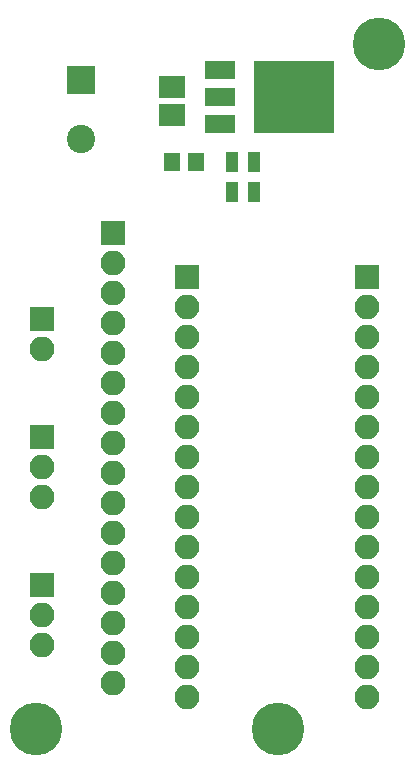
<source format=gts>
G04 #@! TF.FileFunction,Soldermask,Top*
%FSLAX46Y46*%
G04 Gerber Fmt 4.6, Leading zero omitted, Abs format (unit mm)*
G04 Created by KiCad (PCBNEW 4.0.7) date 03/27/18 13:34:48*
%MOMM*%
%LPD*%
G01*
G04 APERTURE LIST*
%ADD10C,0.100000*%
%ADD11C,4.464000*%
%ADD12R,1.400000X1.650000*%
%ADD13R,2.600000X1.600000*%
%ADD14R,6.800000X6.200000*%
%ADD15R,2.100000X2.100000*%
%ADD16O,2.100000X2.100000*%
%ADD17R,2.400000X2.400000*%
%ADD18C,2.400000*%
%ADD19R,1.100000X1.700000*%
%ADD20R,2.200000X1.950000*%
G04 APERTURE END LIST*
D10*
D11*
X134500000Y-51500000D03*
D12*
X119000000Y-61500000D03*
X117000000Y-61500000D03*
D13*
X121060000Y-53695000D03*
X121060000Y-55975000D03*
X121060000Y-58255000D03*
D14*
X127360000Y-55975000D03*
D15*
X106000000Y-74750000D03*
D16*
X106000000Y-77290000D03*
D15*
X118250000Y-71250000D03*
D16*
X118250000Y-73790000D03*
X118250000Y-76330000D03*
X118250000Y-78870000D03*
X118250000Y-81410000D03*
X118250000Y-83950000D03*
X118250000Y-86490000D03*
X118250000Y-89030000D03*
X118250000Y-91570000D03*
X118250000Y-94110000D03*
X118250000Y-96650000D03*
X118250000Y-99190000D03*
X118250000Y-101730000D03*
X118250000Y-104270000D03*
X118250000Y-106810000D03*
D15*
X133500000Y-71250000D03*
D16*
X133500000Y-73790000D03*
X133500000Y-76330000D03*
X133500000Y-78870000D03*
X133500000Y-81410000D03*
X133500000Y-83950000D03*
X133500000Y-86490000D03*
X133500000Y-89030000D03*
X133500000Y-91570000D03*
X133500000Y-94110000D03*
X133500000Y-96650000D03*
X133500000Y-99190000D03*
X133500000Y-101730000D03*
X133500000Y-104270000D03*
X133500000Y-106810000D03*
D17*
X109250000Y-54500000D03*
D18*
X109250000Y-59500000D03*
D15*
X106000000Y-84750000D03*
D16*
X106000000Y-87290000D03*
X106000000Y-89830000D03*
D15*
X106000000Y-97250000D03*
D16*
X106000000Y-99790000D03*
X106000000Y-102330000D03*
D15*
X112000000Y-67500000D03*
D16*
X112000000Y-70040000D03*
X112000000Y-72580000D03*
X112000000Y-75120000D03*
X112000000Y-77660000D03*
X112000000Y-80200000D03*
X112000000Y-82740000D03*
X112000000Y-85280000D03*
X112000000Y-87820000D03*
X112000000Y-90360000D03*
X112000000Y-92900000D03*
X112000000Y-95440000D03*
X112000000Y-97980000D03*
X112000000Y-100520000D03*
X112000000Y-103060000D03*
X112000000Y-105600000D03*
D19*
X123950000Y-61500000D03*
X122050000Y-61500000D03*
X123950000Y-64000000D03*
X122050000Y-64000000D03*
D20*
X117000000Y-57475000D03*
X117000000Y-55125000D03*
D11*
X105500000Y-109500000D03*
X126000000Y-109500000D03*
M02*

</source>
